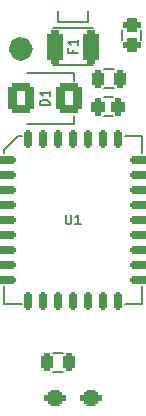
<source format=gto>
G04 #@! TF.GenerationSoftware,KiCad,Pcbnew,7.0.1-0*
G04 #@! TF.CreationDate,2023-12-28T18:54:55-05:00*
G04 #@! TF.ProjectId,GW28R8128,47573238-5238-4313-9238-2e6b69636164,rev?*
G04 #@! TF.SameCoordinates,Original*
G04 #@! TF.FileFunction,Legend,Top*
G04 #@! TF.FilePolarity,Positive*
%FSLAX46Y46*%
G04 Gerber Fmt 4.6, Leading zero omitted, Abs format (unit mm)*
G04 Created by KiCad (PCBNEW 7.0.1-0) date 2023-12-28 18:54:55*
%MOMM*%
%LPD*%
G01*
G04 APERTURE LIST*
G04 Aperture macros list*
%AMRoundRect*
0 Rectangle with rounded corners*
0 $1 Rounding radius*
0 $2 $3 $4 $5 $6 $7 $8 $9 X,Y pos of 4 corners*
0 Add a 4 corners polygon primitive as box body*
4,1,4,$2,$3,$4,$5,$6,$7,$8,$9,$2,$3,0*
0 Add four circle primitives for the rounded corners*
1,1,$1+$1,$2,$3*
1,1,$1+$1,$4,$5*
1,1,$1+$1,$6,$7*
1,1,$1+$1,$8,$9*
0 Add four rect primitives between the rounded corners*
20,1,$1+$1,$2,$3,$4,$5,0*
20,1,$1+$1,$4,$5,$6,$7,0*
20,1,$1+$1,$6,$7,$8,$9,0*
20,1,$1+$1,$8,$9,$2,$3,0*%
G04 Aperture macros list end*
%ADD10C,0.200000*%
%ADD11C,1.280000*%
%ADD12C,0.203200*%
%ADD13C,0.152400*%
%ADD14C,0.127000*%
%ADD15RoundRect,0.200000X-0.150000X-0.587500X0.150000X-0.587500X0.150000X0.587500X-0.150000X0.587500X0*%
%ADD16RoundRect,0.200000X-0.587500X-0.150000X0.587500X-0.150000X0.587500X0.150000X-0.587500X0.150000X0*%
%ADD17RoundRect,0.312500X-0.437500X0.262500X-0.437500X-0.262500X0.437500X-0.262500X0.437500X0.262500X0*%
%ADD18RoundRect,0.262500X0.212500X0.487500X-0.212500X0.487500X-0.212500X-0.487500X0.212500X-0.487500X0*%
%ADD19RoundRect,0.262500X-0.212500X-0.487500X0.212500X-0.487500X0.212500X0.487500X-0.212500X0.487500X0*%
%ADD20RoundRect,0.645000X-0.255000X-0.545000X0.255000X-0.545000X0.255000X0.545000X-0.255000X0.545000X0*%
%ADD21RoundRect,0.275000X-0.625000X-0.225000X0.625000X-0.225000X0.625000X0.225000X-0.625000X0.225000X0*%
%ADD22RoundRect,0.350000X0.300000X1.100000X-0.300000X1.100000X-0.300000X-1.100000X0.300000X-1.100000X0*%
%ADD23RoundRect,0.365000X0.735000X0.935000X-0.735000X0.935000X-0.735000X-0.935000X0.735000X-0.935000X0*%
%ADD24RoundRect,0.312500X-0.262500X-0.437500X0.262500X-0.437500X0.262500X0.437500X-0.262500X0.437500X0*%
G04 APERTURE END LIST*
D10*
X46990000Y-20066000D02*
X49530000Y-20066000D01*
X49530000Y-20066000D02*
X49530000Y-19177000D01*
X46990000Y-19177000D02*
X46990000Y-20066000D01*
D11*
X44196000Y-22352000D02*
G75*
G03*
X44196000Y-22352000I-381000J0D01*
G01*
D12*
X47640723Y-36393216D02*
X47640723Y-37051197D01*
X47640723Y-37051197D02*
X47679428Y-37128607D01*
X47679428Y-37128607D02*
X47718133Y-37167312D01*
X47718133Y-37167312D02*
X47795542Y-37206016D01*
X47795542Y-37206016D02*
X47950361Y-37206016D01*
X47950361Y-37206016D02*
X48027771Y-37167312D01*
X48027771Y-37167312D02*
X48066476Y-37128607D01*
X48066476Y-37128607D02*
X48105180Y-37051197D01*
X48105180Y-37051197D02*
X48105180Y-36393216D01*
X48917981Y-37206016D02*
X48453524Y-37206016D01*
X48685752Y-37206016D02*
X48685752Y-36393216D01*
X48685752Y-36393216D02*
X48608343Y-36509331D01*
X48608343Y-36509331D02*
X48530933Y-36586740D01*
X48530933Y-36586740D02*
X48453524Y-36625445D01*
X48210264Y-22432432D02*
X48210264Y-22703366D01*
X48636016Y-22703366D02*
X47823216Y-22703366D01*
X47823216Y-22703366D02*
X47823216Y-22316318D01*
X48636016Y-21580927D02*
X48636016Y-22045384D01*
X48636016Y-21813156D02*
X47823216Y-21813156D01*
X47823216Y-21813156D02*
X47939331Y-21890565D01*
X47939331Y-21890565D02*
X48016740Y-21967975D01*
X48016740Y-21967975D02*
X48055445Y-22045384D01*
X46255016Y-27142923D02*
X45442216Y-27142923D01*
X45442216Y-27142923D02*
X45442216Y-26949399D01*
X45442216Y-26949399D02*
X45480921Y-26833285D01*
X45480921Y-26833285D02*
X45558331Y-26755875D01*
X45558331Y-26755875D02*
X45635740Y-26717170D01*
X45635740Y-26717170D02*
X45790559Y-26678466D01*
X45790559Y-26678466D02*
X45906673Y-26678466D01*
X45906673Y-26678466D02*
X46061492Y-26717170D01*
X46061492Y-26717170D02*
X46138902Y-26755875D01*
X46138902Y-26755875D02*
X46216312Y-26833285D01*
X46216312Y-26833285D02*
X46255016Y-26949399D01*
X46255016Y-26949399D02*
X46255016Y-27142923D01*
X46255016Y-25904370D02*
X46255016Y-26368827D01*
X46255016Y-26136599D02*
X45442216Y-26136599D01*
X45442216Y-26136599D02*
X45558331Y-26214008D01*
X45558331Y-26214008D02*
X45635740Y-26291418D01*
X45635740Y-26291418D02*
X45674445Y-26368827D01*
D13*
X54085000Y-29735000D02*
X54085000Y-31190000D01*
X52630000Y-29735000D02*
X54085000Y-29735000D01*
X43890000Y-29735000D02*
X43607218Y-29735000D01*
X43607218Y-29735000D02*
X42435000Y-30907218D01*
X42435000Y-30907218D02*
X42435000Y-31190000D01*
X54085000Y-43925000D02*
X54085000Y-42470000D01*
X52630000Y-43925000D02*
X54085000Y-43925000D01*
X43890000Y-43925000D02*
X42435000Y-43925000D01*
X42435000Y-43925000D02*
X42435000Y-42470000D01*
X54013000Y-20763600D02*
X54013000Y-21576400D01*
X52413000Y-20763600D02*
X52413000Y-21576400D01*
X47396400Y-49695000D02*
X46583600Y-49695000D01*
X47396400Y-48095000D02*
X46583600Y-48095000D01*
X50899100Y-24092000D02*
X51711900Y-24092000D01*
X50899100Y-25692000D02*
X51711900Y-25692000D01*
D14*
X49434000Y-51343000D02*
X50134000Y-51343000D01*
X50134000Y-52543000D02*
X49434000Y-52543000D01*
X46386000Y-51343000D02*
X47086000Y-51343000D01*
X47086000Y-52543000D02*
X46386000Y-52543000D01*
X49960000Y-23711500D02*
X46560000Y-23711500D01*
X49960000Y-20611500D02*
X46560000Y-20611500D01*
X48329000Y-28693000D02*
X48329000Y-28003500D01*
X48329000Y-28693000D02*
X44379000Y-28693000D01*
X48329000Y-25082500D02*
X48329000Y-24393000D01*
X48329000Y-24393000D02*
X44379000Y-24393000D01*
D13*
X50838100Y-26441500D02*
X51650900Y-26441500D01*
X50838100Y-28041500D02*
X51650900Y-28041500D01*
%LPC*%
D15*
X48260000Y-29992500D03*
X46990000Y-29992500D03*
X45720000Y-29992500D03*
X44450000Y-29992500D03*
D16*
X42697500Y-31750000D03*
X42697500Y-33020000D03*
X42697500Y-34290000D03*
X42697500Y-35560000D03*
X42697500Y-36830000D03*
X42697500Y-38100000D03*
X42697500Y-39370000D03*
X42697500Y-40640000D03*
X42697500Y-41910000D03*
D15*
X44450000Y-43667500D03*
X45720000Y-43667500D03*
X46990000Y-43667500D03*
X48260000Y-43667500D03*
X49530000Y-43667500D03*
X50800000Y-43667500D03*
X52070000Y-43667500D03*
D16*
X53822500Y-41910000D03*
X53822500Y-40640000D03*
X53822500Y-39370000D03*
X53822500Y-38100000D03*
X53822500Y-36830000D03*
X53822500Y-35560000D03*
X53822500Y-34290000D03*
X53822500Y-33020000D03*
X53822500Y-31750000D03*
D15*
X52070000Y-29992500D03*
X50800000Y-29992500D03*
X49530000Y-29992500D03*
D17*
X53213000Y-20320000D03*
X53213000Y-22020000D03*
D18*
X47940000Y-48895000D03*
X46040000Y-48895000D03*
D19*
X50355500Y-24892000D03*
X52255500Y-24892000D03*
D20*
X40640000Y-20320000D03*
X40640000Y-22860000D03*
X40640000Y-25400000D03*
X40640000Y-27940000D03*
X40640000Y-30480000D03*
X40640000Y-33020000D03*
X40640000Y-35560000D03*
X40640000Y-38100000D03*
X40640000Y-40640000D03*
X40640000Y-43180000D03*
X40640000Y-45720000D03*
X40640000Y-48260000D03*
X40640000Y-50800000D03*
X40640000Y-53340000D03*
X55880000Y-53340000D03*
X55880000Y-50800000D03*
X55880000Y-48260000D03*
X55880000Y-45720000D03*
X55880000Y-43180000D03*
X55880000Y-40640000D03*
X55880000Y-38100000D03*
X55880000Y-35560000D03*
X55880000Y-33020000D03*
X55880000Y-30480000D03*
X55880000Y-27940000D03*
X55880000Y-25400000D03*
X55880000Y-22860000D03*
X55880000Y-20320000D03*
D21*
X49784000Y-51943000D03*
X46736000Y-51943000D03*
D22*
X49760000Y-22161500D03*
X46760000Y-22161500D03*
D23*
X47879000Y-26543000D03*
X43879000Y-26543000D03*
D24*
X50394500Y-27241500D03*
X52094500Y-27241500D03*
M02*

</source>
